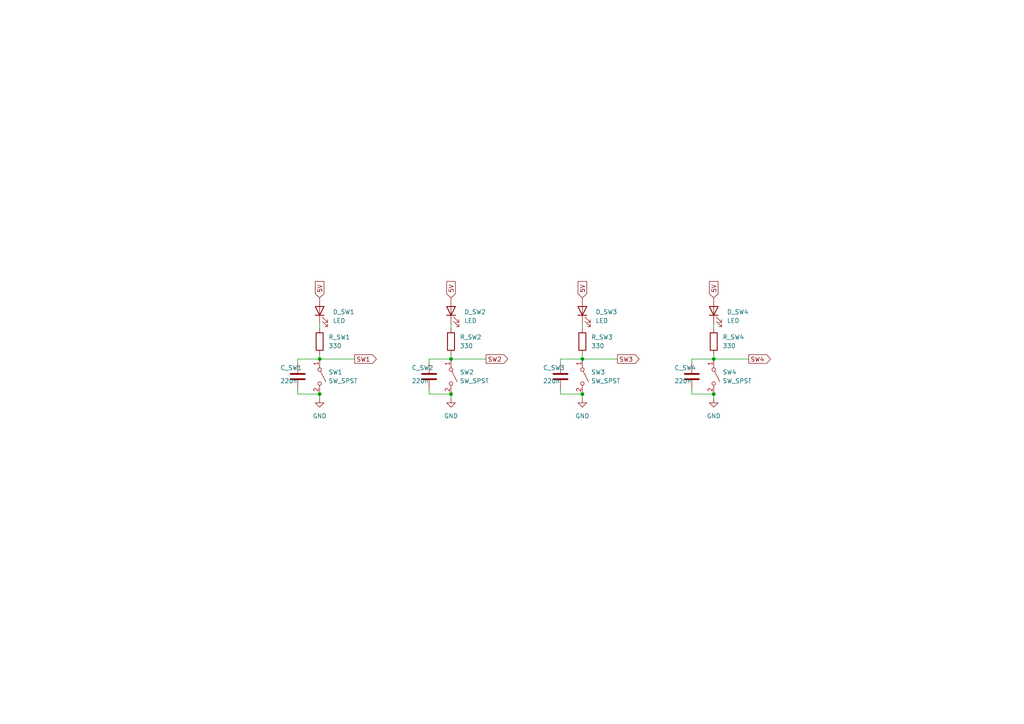
<source format=kicad_sch>
(kicad_sch (version 20211123) (generator eeschema)
  (paper "A4")
  (title_block (title "BUTTONS") (date "2022-12-29"))
  (lib_symbols
    (symbol "Device:C" (pin_numbers hide) (pin_names (offset 0.254))
      (property "Reference" "C" (at 0.635 2.54 0))
      (property "Value" "C" (at 0.635 -2.54 0))
      (symbol "C_0_1"
        (polyline (pts (xy -2.032 -0.762) (xy 2.032 -0.762)) (stroke (width 0.508)))
        (polyline (pts (xy -2.032 0.762) (xy 2.032 0.762)) (stroke (width 0.508)))
      )
      (symbol "C_1_1"
        (pin passive line (at 0 3.81 270) (length 2.794) (name "~") (number "1"))
        (pin passive line (at 0 -3.81 90) (length 2.794) (name "~") (number "2"))
      )
    )
    (symbol "Device:LED" (pin_numbers hide) (pin_names (offset 1.016) hide)
      (property "Reference" "D" (at 0 2.54 0))
      (property "Value" "LED" (at 0 -2.54 0))
      (symbol "LED_0_1"
        (polyline (pts (xy -1.27 -1.27) (xy -1.27 1.27)) (stroke (width 0.254)))
        (polyline (pts (xy -1.27 0) (xy 1.27 0)))
        (polyline (pts (xy 1.27 -1.27) (xy 1.27 1.27) (xy -1.27 0) (xy 1.27 -1.27)) (stroke (width 0.254)))
        (polyline (pts (xy -3.048 -0.762) (xy -4.572 -2.286) (xy -3.81 -2.286) (xy -4.572 -2.286) (xy -4.572 -1.524)))
        (polyline (pts (xy -1.778 -0.762) (xy -3.302 -2.286) (xy -2.54 -2.286) (xy -3.302 -2.286) (xy -3.302 -1.524)))
      )
      (symbol "LED_1_1"
        (pin passive line (at -3.81 0 0) (length 2.54) (name "K") (number "1"))
        (pin passive line (at 3.81 0 180) (length 2.54) (name "A") (number "2"))
      )
    )
    (symbol "Device:R" (pin_numbers hide) (pin_names (offset 0))
      (property "Reference" "R" (at 2.032 0 90))
      (property "Value" "R" (at 0 0 90))
      (symbol "R_0_1"
        (rectangle (start -1.016 -2.54) (end 1.016 2.54) (stroke (width 0.254)))
      )
      (symbol "R_1_1"
        (pin passive line (at 0 3.81 270) (length 1.27) (name "~") (number "1"))
        (pin passive line (at 0 -3.81 90) (length 1.27) (name "~") (number "2"))
      )
    )
    (symbol "Switch:SW_SPST" (pin_names (offset 0) hide)
      (property "Reference" "SW" (at 0 3.175 0))
      (property "Value" "SW_SPST" (at 0 -2.54 0))
      (symbol "SW_SPST_0_0"
        (circle (center -2.032 0) (radius 0.508))
        (polyline (pts (xy -1.524 0.254) (xy 1.524 1.778)))
        (circle (center 2.032 0) (radius 0.508))
      )
      (symbol "SW_SPST_1_1"
        (pin passive line (at -5.08 0 0) (length 2.54) (name "A") (number "1"))
        (pin passive line (at 5.08 0 180) (length 2.54) (name "B") (number "2"))
      )
    )
    (symbol "power:GND" (power) (pin_names (offset 0))
      (property "Value" "GND" (at 0 -3.81 0))
      (symbol "GND_0_1"
        (polyline (pts (xy 0 0) (xy 0 -1.27) (xy 1.27 -1.27) (xy 0 -2.54) (xy -1.27 -1.27) (xy 0 -1.27)))
      )
      (symbol "GND_1_1"
        (pin power_in line (at 0 0 270) (length 0) hide (name "GND") (number "1"))
      )
    )
  )
  (junction (at 207.01 104.14))
  (junction (at 168.91 114.3))
  (junction (at 168.91 104.14))
  (junction (at 92.71 114.3))
  (junction (at 207.01 114.3))
  (junction (at 92.71 104.14))
  (junction (at 130.81 114.3))
  (junction (at 130.81 104.14))
  (wire (pts (xy 124.46 113.03) (xy 124.46 114.3)))
  (wire (pts (xy 92.71 104.14) (xy 102.87 104.14)))
  (wire (pts (xy 86.36 105.41) (xy 86.36 104.14)))
  (wire (pts (xy 200.66 113.03) (xy 200.66 114.3)))
  (wire (pts (xy 92.71 102.87) (xy 92.71 104.14)))
  (wire (pts (xy 92.71 114.3) (xy 92.71 115.57)))
  (wire (pts (xy 92.71 93.98) (xy 92.71 95.25)))
  (wire (pts (xy 200.66 104.14) (xy 207.01 104.14)))
  (wire (pts (xy 130.81 114.3) (xy 130.81 115.57)))
  (wire (pts (xy 168.91 114.3) (xy 168.91 115.57)))
  (wire (pts (xy 168.91 102.87) (xy 168.91 104.14)))
  (wire (pts (xy 162.56 113.03) (xy 162.56 114.3)))
  (wire (pts (xy 168.91 104.14) (xy 179.07 104.14)))
  (wire (pts (xy 207.01 102.87) (xy 207.01 104.14)))
  (wire (pts (xy 162.56 104.14) (xy 168.91 104.14)))
  (wire (pts (xy 130.81 102.87) (xy 130.81 104.14)))
  (wire (pts (xy 86.36 113.03) (xy 86.36 114.3)))
  (wire (pts (xy 162.56 105.41) (xy 162.56 104.14)))
  (wire (pts (xy 130.81 104.14) (xy 140.97 104.14)))
  (wire (pts (xy 207.01 93.98) (xy 207.01 95.25)))
  (wire (pts (xy 207.01 104.14) (xy 217.17 104.14)))
  (wire (pts (xy 86.36 114.3) (xy 92.71 114.3)))
  (wire (pts (xy 130.81 93.98) (xy 130.81 95.25)))
  (wire (pts (xy 86.36 104.14) (xy 92.71 104.14)))
  (wire (pts (xy 200.66 105.41) (xy 200.66 104.14)))
  (wire (pts (xy 162.56 114.3) (xy 168.91 114.3)))
  (wire (pts (xy 168.91 93.98) (xy 168.91 95.25)))
  (wire (pts (xy 124.46 105.41) (xy 124.46 104.14)))
  (wire (pts (xy 124.46 104.14) (xy 130.81 104.14)))
  (wire (pts (xy 207.01 114.3) (xy 207.01 115.57)))
  (wire (pts (xy 200.66 114.3) (xy 207.01 114.3)))
  (wire (pts (xy 124.46 114.3) (xy 130.81 114.3)))
  (global_label "5V" (shape input) (at 130.81 86.36 90) (property "Riferimenti inter-foglio" "${INTERSHEET_REFS}" (effects hide)))
  (global_label "5V" (shape input) (at 168.91 86.36 90) (property "Riferimenti inter-foglio" "${INTERSHEET_REFS}" (effects hide)))
  (global_label "5V" (shape input) (at 92.71 86.36 90) (property "Riferimenti inter-foglio" "${INTERSHEET_REFS}" (effects hide)))
  (global_label "SW2" (shape output) (at 140.97 104.14 0) (property "Riferimenti inter-foglio" "${INTERSHEET_REFS}" (effects hide)))
  (global_label "SW3" (shape output) (at 179.07 104.14 0) (property "Riferimenti inter-foglio" "${INTERSHEET_REFS}" (effects hide)))
  (global_label "SW1" (shape output) (at 102.87 104.14 0) (property "Riferimenti inter-foglio" "${INTERSHEET_REFS}" (effects hide)))
  (global_label "5V" (shape input) (at 207.01 86.36 90) (property "Riferimenti inter-foglio" "${INTERSHEET_REFS}" (effects hide)))
  (global_label "SW4" (shape output) (at 217.17 104.14 0) (property "Riferimenti inter-foglio" "${INTERSHEET_REFS}" (effects hide)))
  (symbol (lib_id "Switch:SW_SPST") (at 168.91 109.22 270) (unit 1)
    (property "Reference" "SW3" (at 171.45 107.9499 90) (effects (justify left)))
    (property "Value" "SW_SPST" (at 171.45 110.4899 90) (effects (justify left)))
    (property "Footprint" "Button_Switch_THT:SW_SPST_Omron_B3F-315x_Angled" (effects hide))
  )
  (symbol (lib_id "power:GND") (at 168.91 115.57 0) (unit 1)
    (property "Reference" "#PWR0115" (effects hide))
    (property "Value" "GND" (at 168.91 120.65 0))
  )
  (symbol (lib_id "power:GND") (at 92.71 115.57 0) (unit 1)
    (property "Reference" "#PWR0117" (effects hide))
    (property "Value" "GND" (at 92.71 120.65 0))
  )
  (symbol (lib_id "Device:LED") (at 168.91 90.17 90) (unit 1)
    (property "Reference" "D_SW3" (at 172.72 90.4874 90) (effects (justify right)))
    (property "Value" "LED" (at 172.72 93.0274 90) (effects (justify right)))
    (property "Footprint" "LED_SMD:LED_1206_3216Metric" (effects hide))
  )
  (symbol (lib_id "Switch:SW_SPST") (at 92.71 109.22 270) (unit 1)
    (property "Reference" "SW1" (at 95.25 107.9499 90) (effects (justify left)))
    (property "Value" "SW_SPST" (at 95.25 110.4899 90) (effects (justify left)))
    (property "Footprint" "Button_Switch_THT:SW_SPST_Omron_B3F-315x_Angled" (effects hide))
  )
  (symbol (lib_id "power:GND") (at 130.81 115.57 0) (unit 1)
    (property "Reference" "#PWR0118" (effects hide))
    (property "Value" "GND" (at 130.81 120.65 0))
  )
  (symbol (lib_id "Device:LED") (at 92.71 90.17 90) (unit 1)
    (property "Reference" "D_SW1" (at 96.52 90.4874 90) (effects (justify right)))
    (property "Value" "LED" (at 96.52 93.0274 90) (effects (justify right)))
    (property "Footprint" "LED_SMD:LED_1206_3216Metric" (effects hide))
  )
  (symbol (lib_id "Device:R") (at 207.01 99.06 0) (unit 1)
    (property "Reference" "R_SW4" (at 209.55 97.7899 0) (effects (justify left)))
    (property "Value" "330" (at 209.55 100.3299 0) (effects (justify left)))
    (property "Footprint" "Resistor_SMD:R_0805_2012Metric" (effects hide))
  )
  (symbol (lib_id "Device:C") (at 124.46 109.22 0) (unit 1)
    (property "Reference" "C_SW2" (at 119.38 106.68 0) (effects (justify left)))
    (property "Value" "220n" (at 119.38 110.49 0) (effects (justify left)))
    (property "Footprint" "Capacitor_Tantalum_SMD:CP_EIA-1608-08_AVX-J" (effects hide))
  )
  (symbol (lib_id "Device:LED") (at 130.81 90.17 90) (unit 1)
    (property "Reference" "D_SW2" (at 134.62 90.4874 90) (effects (justify right)))
    (property "Value" "LED" (at 134.62 93.0274 90) (effects (justify right)))
    (property "Footprint" "LED_SMD:LED_1206_3216Metric" (effects hide))
  )
  (symbol (lib_id "Switch:SW_SPST") (at 130.81 109.22 270) (unit 1)
    (property "Reference" "SW2" (at 133.35 107.9499 90) (effects (justify left)))
    (property "Value" "SW_SPST" (at 133.35 110.4899 90) (effects (justify left)))
    (property "Footprint" "Button_Switch_THT:SW_SPST_Omron_B3F-315x_Angled" (effects hide))
  )
  (symbol (lib_id "Device:R") (at 92.71 99.06 0) (unit 1)
    (property "Reference" "R_SW1" (at 95.25 97.7899 0) (effects (justify left)))
    (property "Value" "330" (at 95.25 100.3299 0) (effects (justify left)))
    (property "Footprint" "Resistor_SMD:R_0805_2012Metric" (effects hide))
  )
  (symbol (lib_id "Device:R") (at 130.81 99.06 0) (unit 1)
    (property "Reference" "R_SW2" (at 133.35 97.7899 0) (effects (justify left)))
    (property "Value" "330" (at 133.35 100.3299 0) (effects (justify left)))
    (property "Footprint" "Resistor_SMD:R_0805_2012Metric" (effects hide))
  )
  (symbol (lib_id "Switch:SW_SPST") (at 207.01 109.22 270) (unit 1)
    (property "Reference" "SW4" (at 209.55 107.9499 90) (effects (justify left)))
    (property "Value" "SW_SPST" (at 209.55 110.4899 90) (effects (justify left)))
    (property "Footprint" "Button_Switch_THT:SW_SPST_Omron_B3F-315x_Angled" (effects hide))
  )
  (symbol (lib_id "Device:C") (at 162.56 109.22 0) (unit 1)
    (property "Reference" "C_SW3" (at 157.48 106.68 0) (effects (justify left)))
    (property "Value" "220n" (at 157.48 110.49 0) (effects (justify left)))
    (property "Footprint" "Capacitor_Tantalum_SMD:CP_EIA-1608-08_AVX-J" (effects hide))
  )
  (symbol (lib_id "Device:LED") (at 207.01 90.17 90) (unit 1)
    (property "Reference" "D_SW4" (at 210.82 90.4874 90) (effects (justify right)))
    (property "Value" "LED" (at 210.82 93.0274 90) (effects (justify right)))
    (property "Footprint" "LED_SMD:LED_1206_3216Metric" (effects hide))
  )
  (symbol (lib_id "Device:C") (at 200.66 109.22 0) (unit 1)
    (property "Reference" "C_SW4" (at 195.58 106.68 0) (effects (justify left)))
    (property "Value" "220n" (at 195.58 110.49 0) (effects (justify left)))
    (property "Footprint" "Capacitor_Tantalum_SMD:CP_EIA-1608-08_AVX-J" (effects hide))
  )
  (symbol (lib_id "power:GND") (at 207.01 115.57 0) (unit 1)
    (property "Reference" "#PWR0116" (effects hide))
    (property "Value" "GND" (at 207.01 120.65 0))
  )
  (symbol (lib_id "Device:C") (at 86.36 109.22 0) (unit 1)
    (property "Reference" "C_SW1" (at 81.28 106.68 0) (effects (justify left)))
    (property "Value" "220n" (at 81.28 110.49 0) (effects (justify left)))
    (property "Footprint" "Capacitor_Tantalum_SMD:CP_EIA-1608-08_AVX-J" (effects hide))
  )
  (symbol (lib_id "Device:R") (at 168.91 99.06 0) (unit 1)
    (property "Reference" "R_SW3" (at 171.45 97.7899 0) (effects (justify left)))
    (property "Value" "330" (at 171.45 100.3299 0) (effects (justify left)))
    (property "Footprint" "Resistor_SMD:R_0805_2012Metric" (effects hide))
  )
)
</source>
